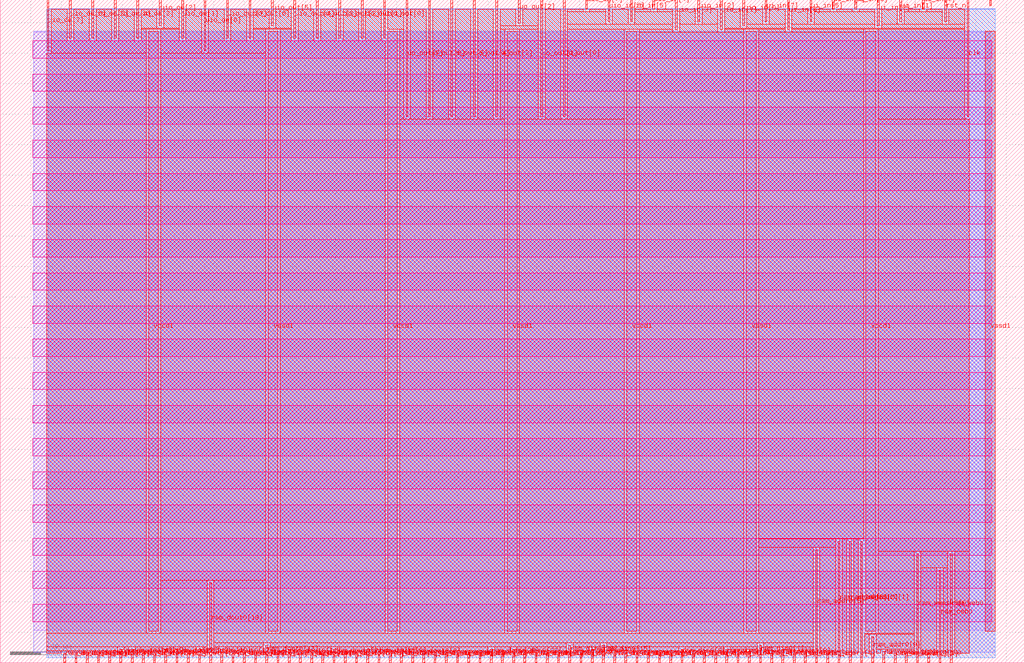
<source format=lef>
VERSION 5.7 ;
  NOWIREEXTENSIONATPIN ON ;
  DIVIDERCHAR "/" ;
  BUSBITCHARS "[]" ;
MACRO tt_um_urish_sram_poc
  CLASS BLOCK ;
  FOREIGN tt_um_urish_sram_poc ;
  ORIGIN 0.000 0.000 ;
  SIZE 167.900 BY 108.800 ;
  PIN clk
    DIRECTION INPUT ;
    USE SIGNAL ;
    PORT
      LAYER met4 ;
        RECT 158.550 89.580 158.850 108.800 ;
    END
  END clk
  PIN ena
    DIRECTION INPUT ;
    USE SIGNAL ;
    PORT
      LAYER met4 ;
        RECT 162.230 107.800 162.530 108.800 ;
    END
  END ena
  PIN ram_addr0[0]
    DIRECTION OUTPUT TRISTATE ;
    USE SIGNAL ;
    PORT
      LAYER met4 ;
        RECT 142.910 0.000 143.210 4.260 ;
    END
  END ram_addr0[0]
  PIN ram_addr0[1]
    DIRECTION OUTPUT TRISTATE ;
    USE SIGNAL ;
    PORT
      LAYER met4 ;
        RECT 141.070 0.000 141.370 19.900 ;
    END
  END ram_addr0[1]
  PIN ram_addr0[2]
    DIRECTION OUTPUT TRISTATE ;
    USE SIGNAL ;
    PORT
      LAYER met4 ;
        RECT 139.230 0.000 139.530 19.900 ;
    END
  END ram_addr0[2]
  PIN ram_addr0[3]
    DIRECTION OUTPUT TRISTATE ;
    USE SIGNAL ;
    PORT
      LAYER met4 ;
        RECT 137.390 0.000 137.690 19.900 ;
    END
  END ram_addr0[3]
  PIN ram_addr0[4]
    DIRECTION OUTPUT TRISTATE ;
    USE SIGNAL ;
    PORT
      LAYER met4 ;
        RECT 135.550 0.000 135.850 1.540 ;
    END
  END ram_addr0[4]
  PIN ram_addr0[5]
    DIRECTION OUTPUT TRISTATE ;
    USE SIGNAL ;
    PORT
      LAYER met4 ;
        RECT 133.710 0.000 134.010 18.540 ;
    END
  END ram_addr0[5]
  PIN ram_addr0[6]
    DIRECTION OUTPUT TRISTATE ;
    USE SIGNAL ;
    PORT
      LAYER met4 ;
        RECT 131.870 0.000 132.170 1.540 ;
    END
  END ram_addr0[6]
  PIN ram_addr0[7]
    DIRECTION OUTPUT TRISTATE ;
    USE SIGNAL ;
    PORT
      LAYER met4 ;
        RECT 130.030 0.000 130.330 1.540 ;
    END
  END ram_addr0[7]
  PIN ram_addr0[8]
    DIRECTION OUTPUT TRISTATE ;
    USE SIGNAL ;
    PORT
      LAYER met4 ;
        RECT 128.190 0.000 128.490 2.220 ;
    END
  END ram_addr0[8]
  PIN ram_clk0
    DIRECTION OUTPUT TRISTATE ;
    USE SIGNAL ;
    PORT
      LAYER met4 ;
        RECT 152.110 0.000 152.410 1.540 ;
    END
  END ram_clk0
  PIN ram_csb0
    DIRECTION OUTPUT TRISTATE ;
    USE SIGNAL ;
    PORT
      LAYER met4 ;
        RECT 153.950 0.000 154.250 15.140 ;
    END
  END ram_csb0
  PIN ram_din0[0]
    DIRECTION OUTPUT TRISTATE ;
    USE SIGNAL ;
    PORT
      LAYER met4 ;
        RECT 126.350 0.000 126.650 1.540 ;
    END
  END ram_din0[0]
  PIN ram_din0[10]
    DIRECTION OUTPUT TRISTATE ;
    USE SIGNAL ;
    PORT
      LAYER met4 ;
        RECT 107.950 0.000 108.250 1.540 ;
    END
  END ram_din0[10]
  PIN ram_din0[11]
    DIRECTION OUTPUT TRISTATE ;
    USE SIGNAL ;
    PORT
      LAYER met4 ;
        RECT 106.110 0.000 106.410 1.540 ;
    END
  END ram_din0[11]
  PIN ram_din0[12]
    DIRECTION OUTPUT TRISTATE ;
    USE SIGNAL ;
    PORT
      LAYER met4 ;
        RECT 104.270 0.000 104.570 1.540 ;
    END
  END ram_din0[12]
  PIN ram_din0[13]
    DIRECTION OUTPUT TRISTATE ;
    USE SIGNAL ;
    PORT
      LAYER met4 ;
        RECT 102.430 0.000 102.730 1.540 ;
    END
  END ram_din0[13]
  PIN ram_din0[14]
    DIRECTION OUTPUT TRISTATE ;
    USE SIGNAL ;
    PORT
      LAYER met4 ;
        RECT 100.590 0.000 100.890 1.540 ;
    END
  END ram_din0[14]
  PIN ram_din0[15]
    DIRECTION OUTPUT TRISTATE ;
    USE SIGNAL ;
    PORT
      LAYER met4 ;
        RECT 98.750 0.000 99.050 2.900 ;
    END
  END ram_din0[15]
  PIN ram_din0[16]
    DIRECTION OUTPUT TRISTATE ;
    USE SIGNAL ;
    PORT
      LAYER met4 ;
        RECT 96.910 0.000 97.210 2.220 ;
    END
  END ram_din0[16]
  PIN ram_din0[17]
    DIRECTION OUTPUT TRISTATE ;
    USE SIGNAL ;
    PORT
      LAYER met4 ;
        RECT 95.070 0.000 95.370 1.540 ;
    END
  END ram_din0[17]
  PIN ram_din0[18]
    DIRECTION OUTPUT TRISTATE ;
    USE SIGNAL ;
    PORT
      LAYER met4 ;
        RECT 93.230 0.000 93.530 2.900 ;
    END
  END ram_din0[18]
  PIN ram_din0[19]
    DIRECTION OUTPUT TRISTATE ;
    USE SIGNAL ;
    PORT
      LAYER met4 ;
        RECT 91.390 0.000 91.690 1.540 ;
    END
  END ram_din0[19]
  PIN ram_din0[1]
    DIRECTION OUTPUT TRISTATE ;
    USE SIGNAL ;
    PORT
      LAYER met4 ;
        RECT 124.510 0.000 124.810 2.900 ;
    END
  END ram_din0[1]
  PIN ram_din0[20]
    DIRECTION OUTPUT TRISTATE ;
    USE SIGNAL ;
    PORT
      LAYER met4 ;
        RECT 89.550 0.000 89.850 1.540 ;
    END
  END ram_din0[20]
  PIN ram_din0[21]
    DIRECTION OUTPUT TRISTATE ;
    USE SIGNAL ;
    PORT
      LAYER met4 ;
        RECT 87.710 0.000 88.010 1.540 ;
    END
  END ram_din0[21]
  PIN ram_din0[22]
    DIRECTION OUTPUT TRISTATE ;
    USE SIGNAL ;
    PORT
      LAYER met4 ;
        RECT 85.870 0.000 86.170 1.540 ;
    END
  END ram_din0[22]
  PIN ram_din0[23]
    DIRECTION OUTPUT TRISTATE ;
    USE SIGNAL ;
    PORT
      LAYER met4 ;
        RECT 84.030 0.000 84.330 2.220 ;
    END
  END ram_din0[23]
  PIN ram_din0[24]
    DIRECTION OUTPUT TRISTATE ;
    USE SIGNAL ;
    PORT
      LAYER met4 ;
        RECT 82.190 0.000 82.490 1.540 ;
    END
  END ram_din0[24]
  PIN ram_din0[25]
    DIRECTION OUTPUT TRISTATE ;
    USE SIGNAL ;
    PORT
      LAYER met4 ;
        RECT 80.350 0.000 80.650 2.220 ;
    END
  END ram_din0[25]
  PIN ram_din0[26]
    DIRECTION OUTPUT TRISTATE ;
    USE SIGNAL ;
    PORT
      LAYER met4 ;
        RECT 78.510 0.000 78.810 1.540 ;
    END
  END ram_din0[26]
  PIN ram_din0[27]
    DIRECTION OUTPUT TRISTATE ;
    USE SIGNAL ;
    PORT
      LAYER met4 ;
        RECT 76.670 0.000 76.970 1.540 ;
    END
  END ram_din0[27]
  PIN ram_din0[28]
    DIRECTION OUTPUT TRISTATE ;
    USE SIGNAL ;
    PORT
      LAYER met4 ;
        RECT 74.830 0.000 75.130 1.540 ;
    END
  END ram_din0[28]
  PIN ram_din0[29]
    DIRECTION OUTPUT TRISTATE ;
    USE SIGNAL ;
    PORT
      LAYER met4 ;
        RECT 72.990 0.000 73.290 1.540 ;
    END
  END ram_din0[29]
  PIN ram_din0[2]
    DIRECTION OUTPUT TRISTATE ;
    USE SIGNAL ;
    PORT
      LAYER met4 ;
        RECT 122.670 0.000 122.970 1.850 ;
    END
  END ram_din0[2]
  PIN ram_din0[30]
    DIRECTION OUTPUT TRISTATE ;
    USE SIGNAL ;
    PORT
      LAYER met4 ;
        RECT 71.150 0.000 71.450 1.540 ;
    END
  END ram_din0[30]
  PIN ram_din0[31]
    DIRECTION OUTPUT TRISTATE ;
    USE SIGNAL ;
    PORT
      LAYER met4 ;
        RECT 69.310 0.000 69.610 1.540 ;
    END
  END ram_din0[31]
  PIN ram_din0[3]
    DIRECTION OUTPUT TRISTATE ;
    USE SIGNAL ;
    PORT
      LAYER met4 ;
        RECT 120.830 0.000 121.130 1.540 ;
    END
  END ram_din0[3]
  PIN ram_din0[4]
    DIRECTION OUTPUT TRISTATE ;
    USE SIGNAL ;
    PORT
      LAYER met4 ;
        RECT 118.990 0.000 119.290 2.220 ;
    END
  END ram_din0[4]
  PIN ram_din0[5]
    DIRECTION OUTPUT TRISTATE ;
    USE SIGNAL ;
    PORT
      LAYER met4 ;
        RECT 117.150 0.000 117.450 1.540 ;
    END
  END ram_din0[5]
  PIN ram_din0[6]
    DIRECTION OUTPUT TRISTATE ;
    USE SIGNAL ;
    PORT
      LAYER met4 ;
        RECT 115.310 0.000 115.610 1.540 ;
    END
  END ram_din0[6]
  PIN ram_din0[7]
    DIRECTION OUTPUT TRISTATE ;
    USE SIGNAL ;
    PORT
      LAYER met4 ;
        RECT 113.470 0.000 113.770 1.540 ;
    END
  END ram_din0[7]
  PIN ram_din0[8]
    DIRECTION OUTPUT TRISTATE ;
    USE SIGNAL ;
    PORT
      LAYER met4 ;
        RECT 111.630 0.000 111.930 2.220 ;
    END
  END ram_din0[8]
  PIN ram_din0[9]
    DIRECTION OUTPUT TRISTATE ;
    USE SIGNAL ;
    PORT
      LAYER met4 ;
        RECT 109.790 0.000 110.090 1.540 ;
    END
  END ram_din0[9]
  PIN ram_dout0[0]
    DIRECTION INPUT ;
    USE SIGNAL ;
    PORT
      LAYER met4 ;
        RECT 67.470 0.000 67.770 2.220 ;
    END
  END ram_dout0[0]
  PIN ram_dout0[10]
    DIRECTION INPUT ;
    USE SIGNAL ;
    PORT
      LAYER met4 ;
        RECT 49.070 0.000 49.370 1.540 ;
    END
  END ram_dout0[10]
  PIN ram_dout0[11]
    DIRECTION INPUT ;
    USE SIGNAL ;
    PORT
      LAYER met4 ;
        RECT 47.230 0.000 47.530 2.220 ;
    END
  END ram_dout0[11]
  PIN ram_dout0[12]
    DIRECTION INPUT ;
    USE SIGNAL ;
    PORT
      LAYER met4 ;
        RECT 45.390 0.000 45.690 1.540 ;
    END
  END ram_dout0[12]
  PIN ram_dout0[13]
    DIRECTION INPUT ;
    USE SIGNAL ;
    PORT
      LAYER met4 ;
        RECT 43.550 0.000 43.850 2.900 ;
    END
  END ram_dout0[13]
  PIN ram_dout0[14]
    DIRECTION INPUT ;
    USE SIGNAL ;
    PORT
      LAYER met4 ;
        RECT 41.710 0.000 42.010 1.540 ;
    END
  END ram_dout0[14]
  PIN ram_dout0[15]
    DIRECTION INPUT ;
    USE SIGNAL ;
    PORT
      LAYER met4 ;
        RECT 39.870 0.000 40.170 1.540 ;
    END
  END ram_dout0[15]
  PIN ram_dout0[16]
    DIRECTION INPUT ;
    USE SIGNAL ;
    PORT
      LAYER met4 ;
        RECT 38.030 0.000 38.330 1.540 ;
    END
  END ram_dout0[16]
  PIN ram_dout0[17]
    DIRECTION INPUT ;
    USE SIGNAL ;
    PORT
      LAYER met4 ;
        RECT 36.190 0.000 36.490 2.220 ;
    END
  END ram_dout0[17]
  PIN ram_dout0[18]
    DIRECTION INPUT ;
    USE SIGNAL ;
    PORT
      LAYER met4 ;
        RECT 34.350 0.000 34.650 13.100 ;
    END
  END ram_dout0[18]
  PIN ram_dout0[19]
    DIRECTION INPUT ;
    USE SIGNAL ;
    PORT
      LAYER met4 ;
        RECT 32.510 0.000 32.810 2.220 ;
    END
  END ram_dout0[19]
  PIN ram_dout0[1]
    DIRECTION INPUT ;
    USE SIGNAL ;
    PORT
      LAYER met4 ;
        RECT 65.630 0.000 65.930 1.540 ;
    END
  END ram_dout0[1]
  PIN ram_dout0[20]
    DIRECTION INPUT ;
    USE SIGNAL ;
    PORT
      LAYER met4 ;
        RECT 30.670 0.000 30.970 1.540 ;
    END
  END ram_dout0[20]
  PIN ram_dout0[21]
    DIRECTION INPUT ;
    USE SIGNAL ;
    PORT
      LAYER met4 ;
        RECT 28.830 0.000 29.130 2.220 ;
    END
  END ram_dout0[21]
  PIN ram_dout0[22]
    DIRECTION INPUT ;
    USE SIGNAL ;
    PORT
      LAYER met4 ;
        RECT 26.990 0.000 27.290 2.220 ;
    END
  END ram_dout0[22]
  PIN ram_dout0[23]
    DIRECTION INPUT ;
    USE SIGNAL ;
    PORT
      LAYER met4 ;
        RECT 25.150 0.000 25.450 1.540 ;
    END
  END ram_dout0[23]
  PIN ram_dout0[24]
    DIRECTION INPUT ;
    USE SIGNAL ;
    PORT
      LAYER met4 ;
        RECT 23.310 0.000 23.610 1.540 ;
    END
  END ram_dout0[24]
  PIN ram_dout0[25]
    DIRECTION INPUT ;
    USE SIGNAL ;
    PORT
      LAYER met4 ;
        RECT 21.470 0.000 21.770 2.220 ;
    END
  END ram_dout0[25]
  PIN ram_dout0[26]
    DIRECTION INPUT ;
    USE SIGNAL ;
    PORT
      LAYER met4 ;
        RECT 19.630 0.000 19.930 2.220 ;
    END
  END ram_dout0[26]
  PIN ram_dout0[27]
    DIRECTION INPUT ;
    USE SIGNAL ;
    PORT
      LAYER met4 ;
        RECT 17.790 0.000 18.090 1.540 ;
    END
  END ram_dout0[27]
  PIN ram_dout0[28]
    DIRECTION INPUT ;
    USE SIGNAL ;
    PORT
      LAYER met4 ;
        RECT 15.950 0.000 16.250 1.540 ;
    END
  END ram_dout0[28]
  PIN ram_dout0[29]
    DIRECTION INPUT ;
    USE SIGNAL ;
    PORT
      LAYER met4 ;
        RECT 14.110 0.000 14.410 1.540 ;
    END
  END ram_dout0[29]
  PIN ram_dout0[2]
    DIRECTION INPUT ;
    USE SIGNAL ;
    PORT
      LAYER met4 ;
        RECT 63.790 0.000 64.090 1.540 ;
    END
  END ram_dout0[2]
  PIN ram_dout0[30]
    DIRECTION INPUT ;
    USE SIGNAL ;
    PORT
      LAYER met4 ;
        RECT 12.270 0.000 12.570 1.540 ;
    END
  END ram_dout0[30]
  PIN ram_dout0[31]
    DIRECTION INPUT ;
    USE SIGNAL ;
    PORT
      LAYER met4 ;
        RECT 10.430 0.000 10.730 1.540 ;
    END
  END ram_dout0[31]
  PIN ram_dout0[3]
    DIRECTION INPUT ;
    USE SIGNAL ;
    PORT
      LAYER met4 ;
        RECT 61.950 0.000 62.250 2.220 ;
    END
  END ram_dout0[3]
  PIN ram_dout0[4]
    DIRECTION INPUT ;
    USE SIGNAL ;
    PORT
      LAYER met4 ;
        RECT 60.110 0.000 60.410 2.220 ;
    END
  END ram_dout0[4]
  PIN ram_dout0[5]
    DIRECTION INPUT ;
    USE SIGNAL ;
    PORT
      LAYER met4 ;
        RECT 58.270 0.000 58.570 1.540 ;
    END
  END ram_dout0[5]
  PIN ram_dout0[6]
    DIRECTION INPUT ;
    USE SIGNAL ;
    PORT
      LAYER met4 ;
        RECT 56.430 0.000 56.730 1.540 ;
    END
  END ram_dout0[6]
  PIN ram_dout0[7]
    DIRECTION INPUT ;
    USE SIGNAL ;
    PORT
      LAYER met4 ;
        RECT 54.590 0.000 54.890 2.220 ;
    END
  END ram_dout0[7]
  PIN ram_dout0[8]
    DIRECTION INPUT ;
    USE SIGNAL ;
    PORT
      LAYER met4 ;
        RECT 52.750 0.000 53.050 1.540 ;
    END
  END ram_dout0[8]
  PIN ram_dout0[9]
    DIRECTION INPUT ;
    USE SIGNAL ;
    PORT
      LAYER met4 ;
        RECT 50.910 0.000 51.210 1.540 ;
    END
  END ram_dout0[9]
  PIN ram_web0
    DIRECTION OUTPUT TRISTATE ;
    USE SIGNAL ;
    PORT
      LAYER met4 ;
        RECT 155.790 0.000 156.090 17.860 ;
    END
  END ram_web0
  PIN ram_wmask0[0]
    DIRECTION OUTPUT TRISTATE ;
    USE SIGNAL ;
    PORT
      LAYER met4 ;
        RECT 150.270 0.000 150.570 17.860 ;
    END
  END ram_wmask0[0]
  PIN ram_wmask0[1]
    DIRECTION OUTPUT TRISTATE ;
    USE SIGNAL ;
    PORT
      LAYER met4 ;
        RECT 148.430 0.000 148.730 1.540 ;
    END
  END ram_wmask0[1]
  PIN ram_wmask0[2]
    DIRECTION OUTPUT TRISTATE ;
    USE SIGNAL ;
    PORT
      LAYER met4 ;
        RECT 146.590 0.000 146.890 1.540 ;
    END
  END ram_wmask0[2]
  PIN ram_wmask0[3]
    DIRECTION OUTPUT TRISTATE ;
    USE SIGNAL ;
    PORT
      LAYER met4 ;
        RECT 144.750 0.000 145.050 1.850 ;
    END
  END ram_wmask0[3]
  PIN rst_n
    DIRECTION INPUT ;
    USE SIGNAL ;
    PORT
      LAYER met4 ;
        RECT 154.870 105.220 155.170 108.800 ;
    END
  END rst_n
  PIN ui_in[0]
    DIRECTION INPUT ;
    USE SIGNAL ;
    PORT
      LAYER met4 ;
        RECT 151.190 107.260 151.490 108.800 ;
    END
  END ui_in[0]
  PIN ui_in[1]
    DIRECTION INPUT ;
    USE SIGNAL ;
    PORT
      LAYER met4 ;
        RECT 147.510 105.220 147.810 108.800 ;
    END
  END ui_in[1]
  PIN ui_in[2]
    DIRECTION INPUT ;
    USE SIGNAL ;
    PORT
      LAYER met4 ;
        RECT 143.830 104.540 144.130 108.800 ;
    END
  END ui_in[2]
  PIN ui_in[3]
    DIRECTION INPUT ;
    USE SIGNAL ;
    PORT
      LAYER met4 ;
        RECT 140.150 107.260 140.450 108.800 ;
    END
  END ui_in[3]
  PIN ui_in[4]
    DIRECTION INPUT ;
    USE SIGNAL ;
    PORT
      LAYER met4 ;
        RECT 136.470 107.260 136.770 108.800 ;
    END
  END ui_in[4]
  PIN ui_in[5]
    DIRECTION INPUT ;
    USE SIGNAL ;
    PORT
      LAYER met4 ;
        RECT 132.790 105.220 133.090 108.800 ;
    END
  END ui_in[5]
  PIN ui_in[6]
    DIRECTION INPUT ;
    USE SIGNAL ;
    PORT
      LAYER met4 ;
        RECT 129.110 103.860 129.410 108.800 ;
    END
  END ui_in[6]
  PIN ui_in[7]
    DIRECTION INPUT ;
    USE SIGNAL ;
    PORT
      LAYER met4 ;
        RECT 125.430 105.220 125.730 108.800 ;
    END
  END ui_in[7]
  PIN uio_in[0]
    DIRECTION INPUT ;
    USE SIGNAL ;
    PORT
      LAYER met4 ;
        RECT 121.750 104.540 122.050 108.800 ;
    END
  END uio_in[0]
  PIN uio_in[1]
    DIRECTION INPUT ;
    USE SIGNAL ;
    PORT
      LAYER met4 ;
        RECT 118.070 103.860 118.370 108.800 ;
    END
  END uio_in[1]
  PIN uio_in[2]
    DIRECTION INPUT ;
    USE SIGNAL ;
    PORT
      LAYER met4 ;
        RECT 114.390 105.220 114.690 108.800 ;
    END
  END uio_in[2]
  PIN uio_in[3]
    DIRECTION INPUT ;
    USE SIGNAL ;
    PORT
      LAYER met4 ;
        RECT 110.710 103.860 111.010 108.800 ;
    END
  END uio_in[3]
  PIN uio_in[4]
    DIRECTION INPUT ;
    USE SIGNAL ;
    PORT
      LAYER met4 ;
        RECT 107.030 107.260 107.330 108.800 ;
    END
  END uio_in[4]
  PIN uio_in[5]
    DIRECTION INPUT ;
    USE SIGNAL ;
    PORT
      LAYER met4 ;
        RECT 103.350 105.220 103.650 108.800 ;
    END
  END uio_in[5]
  PIN uio_in[6]
    DIRECTION INPUT ;
    USE SIGNAL ;
    PORT
      LAYER met4 ;
        RECT 99.670 105.220 99.970 108.800 ;
    END
  END uio_in[6]
  PIN uio_in[7]
    DIRECTION INPUT ;
    USE SIGNAL ;
    PORT
      LAYER met4 ;
        RECT 95.990 107.260 96.290 108.800 ;
    END
  END uio_in[7]
  PIN uio_oe[0]
    DIRECTION OUTPUT TRISTATE ;
    USE SIGNAL ;
    PORT
      LAYER met4 ;
        RECT 33.430 100.460 33.730 108.800 ;
    END
  END uio_oe[0]
  PIN uio_oe[1]
    DIRECTION OUTPUT TRISTATE ;
    USE SIGNAL ;
    PORT
      LAYER met4 ;
        RECT 29.750 102.500 30.050 108.800 ;
    END
  END uio_oe[1]
  PIN uio_oe[2]
    DIRECTION OUTPUT TRISTATE ;
    USE SIGNAL ;
    PORT
      LAYER met4 ;
        RECT 26.070 104.540 26.370 108.800 ;
    END
  END uio_oe[2]
  PIN uio_oe[3]
    DIRECTION OUTPUT TRISTATE ;
    USE SIGNAL ;
    PORT
      LAYER met4 ;
        RECT 22.390 102.500 22.690 108.800 ;
    END
  END uio_oe[3]
  PIN uio_oe[4]
    DIRECTION OUTPUT TRISTATE ;
    USE SIGNAL ;
    PORT
      LAYER met4 ;
        RECT 18.710 102.500 19.010 108.800 ;
    END
  END uio_oe[4]
  PIN uio_oe[5]
    DIRECTION OUTPUT TRISTATE ;
    USE SIGNAL ;
    PORT
      LAYER met4 ;
        RECT 15.030 102.500 15.330 108.800 ;
    END
  END uio_oe[5]
  PIN uio_oe[6]
    DIRECTION OUTPUT TRISTATE ;
    USE SIGNAL ;
    PORT
      LAYER met4 ;
        RECT 11.350 102.500 11.650 108.800 ;
    END
  END uio_oe[6]
  PIN uio_oe[7]
    DIRECTION OUTPUT TRISTATE ;
    USE SIGNAL ;
    PORT
      LAYER met4 ;
        RECT 7.670 100.460 7.970 108.800 ;
    END
  END uio_oe[7]
  PIN uio_out[0]
    DIRECTION OUTPUT TRISTATE ;
    USE SIGNAL ;
    PORT
      LAYER met4 ;
        RECT 62.870 102.500 63.170 108.800 ;
    END
  END uio_out[0]
  PIN uio_out[1]
    DIRECTION OUTPUT TRISTATE ;
    USE SIGNAL ;
    PORT
      LAYER met4 ;
        RECT 59.190 102.500 59.490 108.800 ;
    END
  END uio_out[1]
  PIN uio_out[2]
    DIRECTION OUTPUT TRISTATE ;
    USE SIGNAL ;
    PORT
      LAYER met4 ;
        RECT 55.510 102.500 55.810 108.800 ;
    END
  END uio_out[2]
  PIN uio_out[3]
    DIRECTION OUTPUT TRISTATE ;
    USE SIGNAL ;
    PORT
      LAYER met4 ;
        RECT 51.830 102.500 52.130 108.800 ;
    END
  END uio_out[3]
  PIN uio_out[4]
    DIRECTION OUTPUT TRISTATE ;
    USE SIGNAL ;
    PORT
      LAYER met4 ;
        RECT 48.150 102.500 48.450 108.800 ;
    END
  END uio_out[4]
  PIN uio_out[5]
    DIRECTION OUTPUT TRISTATE ;
    USE SIGNAL ;
    PORT
      LAYER met4 ;
        RECT 44.470 104.540 44.770 108.800 ;
    END
  END uio_out[5]
  PIN uio_out[6]
    DIRECTION OUTPUT TRISTATE ;
    USE SIGNAL ;
    PORT
      LAYER met4 ;
        RECT 40.790 102.500 41.090 108.800 ;
    END
  END uio_out[6]
  PIN uio_out[7]
    DIRECTION OUTPUT TRISTATE ;
    USE SIGNAL ;
    PORT
      LAYER met4 ;
        RECT 37.110 102.500 37.410 108.800 ;
    END
  END uio_out[7]
  PIN uo_out[0]
    DIRECTION OUTPUT TRISTATE ;
    USE SIGNAL ;
    PORT
      LAYER met4 ;
        RECT 92.310 89.580 92.610 108.800 ;
    END
  END uo_out[0]
  PIN uo_out[1]
    DIRECTION OUTPUT TRISTATE ;
    USE SIGNAL ;
    PORT
      LAYER met4 ;
        RECT 88.630 89.580 88.930 108.800 ;
    END
  END uo_out[1]
  PIN uo_out[2]
    DIRECTION OUTPUT TRISTATE ;
    USE SIGNAL ;
    PORT
      LAYER met4 ;
        RECT 84.950 104.910 85.250 108.800 ;
    END
  END uo_out[2]
  PIN uo_out[3]
    DIRECTION OUTPUT TRISTATE ;
    USE SIGNAL ;
    PORT
      LAYER met4 ;
        RECT 81.270 89.580 81.570 108.800 ;
    END
  END uo_out[3]
  PIN uo_out[4]
    DIRECTION OUTPUT TRISTATE ;
    USE SIGNAL ;
    PORT
      LAYER met4 ;
        RECT 77.590 89.580 77.890 108.800 ;
    END
  END uo_out[4]
  PIN uo_out[5]
    DIRECTION OUTPUT TRISTATE ;
    USE SIGNAL ;
    PORT
      LAYER met4 ;
        RECT 73.910 89.580 74.210 108.800 ;
    END
  END uo_out[5]
  PIN uo_out[6]
    DIRECTION OUTPUT TRISTATE ;
    USE SIGNAL ;
    PORT
      LAYER met4 ;
        RECT 70.230 89.580 70.530 108.800 ;
    END
  END uo_out[6]
  PIN uo_out[7]
    DIRECTION OUTPUT TRISTATE ;
    USE SIGNAL ;
    PORT
      LAYER met4 ;
        RECT 66.550 89.580 66.850 108.800 ;
    END
  END uo_out[7]
  PIN vccd1
    DIRECTION INOUT ;
    USE POWER ;
    PORT
      LAYER met4 ;
        RECT 24.325 5.200 25.925 103.600 ;
    END
    PORT
      LAYER met4 ;
        RECT 63.535 5.200 65.135 103.600 ;
    END
    PORT
      LAYER met4 ;
        RECT 102.745 5.200 104.345 103.600 ;
    END
    PORT
      LAYER met4 ;
        RECT 141.955 5.200 143.555 103.600 ;
    END
  END vccd1
  PIN vssd1
    DIRECTION INOUT ;
    USE GROUND ;
    PORT
      LAYER met4 ;
        RECT 43.930 5.200 45.530 103.600 ;
    END
    PORT
      LAYER met4 ;
        RECT 83.140 5.200 84.740 103.600 ;
    END
    PORT
      LAYER met4 ;
        RECT 122.350 5.200 123.950 103.600 ;
    END
    PORT
      LAYER met4 ;
        RECT 161.560 5.200 163.160 103.600 ;
    END
  END vssd1
  OBS
      LAYER nwell ;
        RECT 5.330 99.225 162.570 102.055 ;
        RECT 5.330 93.785 162.570 96.615 ;
        RECT 5.330 88.345 162.570 91.175 ;
        RECT 5.330 82.905 162.570 85.735 ;
        RECT 5.330 77.465 162.570 80.295 ;
        RECT 5.330 72.025 162.570 74.855 ;
        RECT 5.330 66.585 162.570 69.415 ;
        RECT 5.330 61.145 162.570 63.975 ;
        RECT 5.330 55.705 162.570 58.535 ;
        RECT 5.330 50.265 162.570 53.095 ;
        RECT 5.330 44.825 162.570 47.655 ;
        RECT 5.330 39.385 162.570 42.215 ;
        RECT 5.330 33.945 162.570 36.775 ;
        RECT 5.330 28.505 162.570 31.335 ;
        RECT 5.330 23.065 162.570 25.895 ;
        RECT 5.330 17.625 162.570 20.455 ;
        RECT 5.330 12.185 162.570 15.015 ;
        RECT 5.330 6.745 162.570 9.575 ;
      LAYER li1 ;
        RECT 5.520 5.355 162.380 103.445 ;
      LAYER met1 ;
        RECT 5.520 1.740 163.160 103.600 ;
      LAYER met2 ;
        RECT 7.910 0.835 163.130 107.285 ;
      LAYER met3 ;
        RECT 7.630 0.855 163.150 107.265 ;
      LAYER met4 ;
        RECT 8.370 102.100 10.950 107.265 ;
        RECT 12.050 102.100 14.630 107.265 ;
        RECT 15.730 102.100 18.310 107.265 ;
        RECT 19.410 102.100 21.990 107.265 ;
        RECT 23.090 104.140 25.670 107.265 ;
        RECT 26.770 104.140 29.350 107.265 ;
        RECT 23.090 104.000 29.350 104.140 ;
        RECT 23.090 102.100 23.925 104.000 ;
        RECT 8.370 100.060 23.925 102.100 ;
        RECT 7.655 4.800 23.925 100.060 ;
        RECT 26.325 102.100 29.350 104.000 ;
        RECT 30.450 102.100 33.030 107.265 ;
        RECT 26.325 100.060 33.030 102.100 ;
        RECT 34.130 102.100 36.710 107.265 ;
        RECT 37.810 102.100 40.390 107.265 ;
        RECT 41.490 104.140 44.070 107.265 ;
        RECT 45.170 104.140 47.750 107.265 ;
        RECT 41.490 104.000 47.750 104.140 ;
        RECT 41.490 102.100 43.530 104.000 ;
        RECT 34.130 100.060 43.530 102.100 ;
        RECT 26.325 13.500 43.530 100.060 ;
        RECT 26.325 4.800 33.950 13.500 ;
        RECT 7.655 2.620 33.950 4.800 ;
        RECT 7.655 1.940 19.230 2.620 ;
        RECT 7.655 1.535 10.030 1.940 ;
        RECT 11.130 1.535 11.870 1.940 ;
        RECT 12.970 1.535 13.710 1.940 ;
        RECT 14.810 1.535 15.550 1.940 ;
        RECT 16.650 1.535 17.390 1.940 ;
        RECT 18.490 1.535 19.230 1.940 ;
        RECT 20.330 1.535 21.070 2.620 ;
        RECT 22.170 1.940 26.590 2.620 ;
        RECT 22.170 1.535 22.910 1.940 ;
        RECT 24.010 1.535 24.750 1.940 ;
        RECT 25.850 1.535 26.590 1.940 ;
        RECT 27.690 1.535 28.430 2.620 ;
        RECT 29.530 1.940 32.110 2.620 ;
        RECT 29.530 1.535 30.270 1.940 ;
        RECT 31.370 1.535 32.110 1.940 ;
        RECT 33.210 1.535 33.950 2.620 ;
        RECT 35.050 4.800 43.530 13.500 ;
        RECT 45.930 102.100 47.750 104.000 ;
        RECT 48.850 102.100 51.430 107.265 ;
        RECT 52.530 102.100 55.110 107.265 ;
        RECT 56.210 102.100 58.790 107.265 ;
        RECT 59.890 102.100 62.470 107.265 ;
        RECT 63.570 104.000 66.150 107.265 ;
        RECT 45.930 4.800 63.135 102.100 ;
        RECT 65.535 89.180 66.150 104.000 ;
        RECT 67.250 89.180 69.830 107.265 ;
        RECT 70.930 89.180 73.510 107.265 ;
        RECT 74.610 89.180 77.190 107.265 ;
        RECT 78.290 89.180 80.870 107.265 ;
        RECT 81.970 104.510 84.550 107.265 ;
        RECT 85.650 104.510 88.230 107.265 ;
        RECT 81.970 104.000 88.230 104.510 ;
        RECT 81.970 89.180 82.740 104.000 ;
        RECT 65.535 4.800 82.740 89.180 ;
        RECT 85.140 89.180 88.230 104.000 ;
        RECT 89.330 89.180 91.910 107.265 ;
        RECT 93.010 106.860 95.590 107.265 ;
        RECT 96.690 106.860 99.270 107.265 ;
        RECT 93.010 104.820 99.270 106.860 ;
        RECT 100.370 104.820 102.950 107.265 ;
        RECT 104.050 106.860 106.630 107.265 ;
        RECT 107.730 106.860 110.310 107.265 ;
        RECT 104.050 104.820 110.310 106.860 ;
        RECT 93.010 104.000 110.310 104.820 ;
        RECT 93.010 89.180 102.345 104.000 ;
        RECT 85.140 4.800 102.345 89.180 ;
        RECT 104.745 103.460 110.310 104.000 ;
        RECT 111.410 104.820 113.990 107.265 ;
        RECT 115.090 104.820 117.670 107.265 ;
        RECT 111.410 103.460 117.670 104.820 ;
        RECT 118.770 104.140 121.350 107.265 ;
        RECT 122.450 104.820 125.030 107.265 ;
        RECT 126.130 104.820 128.710 107.265 ;
        RECT 122.450 104.140 128.710 104.820 ;
        RECT 118.770 104.000 128.710 104.140 ;
        RECT 118.770 103.460 121.950 104.000 ;
        RECT 104.745 4.800 121.950 103.460 ;
        RECT 124.350 103.460 128.710 104.000 ;
        RECT 129.810 104.820 132.390 107.265 ;
        RECT 133.490 106.860 136.070 107.265 ;
        RECT 137.170 106.860 139.750 107.265 ;
        RECT 140.850 106.860 143.430 107.265 ;
        RECT 133.490 104.820 143.430 106.860 ;
        RECT 129.810 104.140 143.430 104.820 ;
        RECT 144.530 104.820 147.110 107.265 ;
        RECT 148.210 106.860 150.790 107.265 ;
        RECT 151.890 106.860 154.470 107.265 ;
        RECT 148.210 104.820 154.470 106.860 ;
        RECT 155.570 104.820 158.150 107.265 ;
        RECT 144.530 104.140 158.150 104.820 ;
        RECT 129.810 104.000 158.150 104.140 ;
        RECT 129.810 103.460 141.555 104.000 ;
        RECT 124.350 20.300 141.555 103.460 ;
        RECT 143.955 89.180 158.150 104.000 ;
        RECT 124.350 18.940 136.990 20.300 ;
        RECT 124.350 4.800 133.310 18.940 ;
        RECT 35.050 3.300 133.310 4.800 ;
        RECT 35.050 2.620 43.150 3.300 ;
        RECT 35.050 1.535 35.790 2.620 ;
        RECT 36.890 1.940 43.150 2.620 ;
        RECT 36.890 1.535 37.630 1.940 ;
        RECT 38.730 1.535 39.470 1.940 ;
        RECT 40.570 1.535 41.310 1.940 ;
        RECT 42.410 1.535 43.150 1.940 ;
        RECT 44.250 2.620 92.830 3.300 ;
        RECT 44.250 1.940 46.830 2.620 ;
        RECT 44.250 1.535 44.990 1.940 ;
        RECT 46.090 1.535 46.830 1.940 ;
        RECT 47.930 1.940 54.190 2.620 ;
        RECT 47.930 1.535 48.670 1.940 ;
        RECT 49.770 1.535 50.510 1.940 ;
        RECT 51.610 1.535 52.350 1.940 ;
        RECT 53.450 1.535 54.190 1.940 ;
        RECT 55.290 1.940 59.710 2.620 ;
        RECT 55.290 1.535 56.030 1.940 ;
        RECT 57.130 1.535 57.870 1.940 ;
        RECT 58.970 1.535 59.710 1.940 ;
        RECT 60.810 1.535 61.550 2.620 ;
        RECT 62.650 1.940 67.070 2.620 ;
        RECT 62.650 1.535 63.390 1.940 ;
        RECT 64.490 1.535 65.230 1.940 ;
        RECT 66.330 1.535 67.070 1.940 ;
        RECT 68.170 1.940 79.950 2.620 ;
        RECT 68.170 1.535 68.910 1.940 ;
        RECT 70.010 1.535 70.750 1.940 ;
        RECT 71.850 1.535 72.590 1.940 ;
        RECT 73.690 1.535 74.430 1.940 ;
        RECT 75.530 1.535 76.270 1.940 ;
        RECT 77.370 1.535 78.110 1.940 ;
        RECT 79.210 1.535 79.950 1.940 ;
        RECT 81.050 1.940 83.630 2.620 ;
        RECT 81.050 1.535 81.790 1.940 ;
        RECT 82.890 1.535 83.630 1.940 ;
        RECT 84.730 1.940 92.830 2.620 ;
        RECT 84.730 1.535 85.470 1.940 ;
        RECT 86.570 1.535 87.310 1.940 ;
        RECT 88.410 1.535 89.150 1.940 ;
        RECT 90.250 1.535 90.990 1.940 ;
        RECT 92.090 1.535 92.830 1.940 ;
        RECT 93.930 2.620 98.350 3.300 ;
        RECT 93.930 1.940 96.510 2.620 ;
        RECT 93.930 1.535 94.670 1.940 ;
        RECT 95.770 1.535 96.510 1.940 ;
        RECT 97.610 1.535 98.350 2.620 ;
        RECT 99.450 2.620 124.110 3.300 ;
        RECT 99.450 1.940 111.230 2.620 ;
        RECT 99.450 1.535 100.190 1.940 ;
        RECT 101.290 1.535 102.030 1.940 ;
        RECT 103.130 1.535 103.870 1.940 ;
        RECT 104.970 1.535 105.710 1.940 ;
        RECT 106.810 1.535 107.550 1.940 ;
        RECT 108.650 1.535 109.390 1.940 ;
        RECT 110.490 1.535 111.230 1.940 ;
        RECT 112.330 1.940 118.590 2.620 ;
        RECT 112.330 1.535 113.070 1.940 ;
        RECT 114.170 1.535 114.910 1.940 ;
        RECT 116.010 1.535 116.750 1.940 ;
        RECT 117.850 1.535 118.590 1.940 ;
        RECT 119.690 2.250 124.110 2.620 ;
        RECT 119.690 1.940 122.270 2.250 ;
        RECT 119.690 1.535 120.430 1.940 ;
        RECT 121.530 1.535 122.270 1.940 ;
        RECT 123.370 1.535 124.110 2.250 ;
        RECT 125.210 2.620 133.310 3.300 ;
        RECT 125.210 1.940 127.790 2.620 ;
        RECT 125.210 1.535 125.950 1.940 ;
        RECT 127.050 1.535 127.790 1.940 ;
        RECT 128.890 1.940 133.310 2.620 ;
        RECT 128.890 1.535 129.630 1.940 ;
        RECT 130.730 1.535 131.470 1.940 ;
        RECT 132.570 1.535 133.310 1.940 ;
        RECT 134.410 1.940 136.990 18.940 ;
        RECT 134.410 1.535 135.150 1.940 ;
        RECT 136.250 1.535 136.990 1.940 ;
        RECT 138.090 1.535 138.830 20.300 ;
        RECT 139.930 1.535 140.670 20.300 ;
        RECT 143.955 18.260 158.865 89.180 ;
        RECT 143.955 4.800 149.870 18.260 ;
        RECT 141.770 4.660 149.870 4.800 ;
        RECT 141.770 1.535 142.510 4.660 ;
        RECT 143.610 2.250 149.870 4.660 ;
        RECT 143.610 1.535 144.350 2.250 ;
        RECT 145.450 1.940 149.870 2.250 ;
        RECT 145.450 1.535 146.190 1.940 ;
        RECT 147.290 1.535 148.030 1.940 ;
        RECT 149.130 1.535 149.870 1.940 ;
        RECT 150.970 15.540 155.390 18.260 ;
        RECT 150.970 1.940 153.550 15.540 ;
        RECT 150.970 1.535 151.710 1.940 ;
        RECT 152.810 1.535 153.550 1.940 ;
        RECT 154.650 1.535 155.390 15.540 ;
        RECT 156.490 1.535 158.865 18.260 ;
  END
END tt_um_urish_sram_poc
END LIBRARY


</source>
